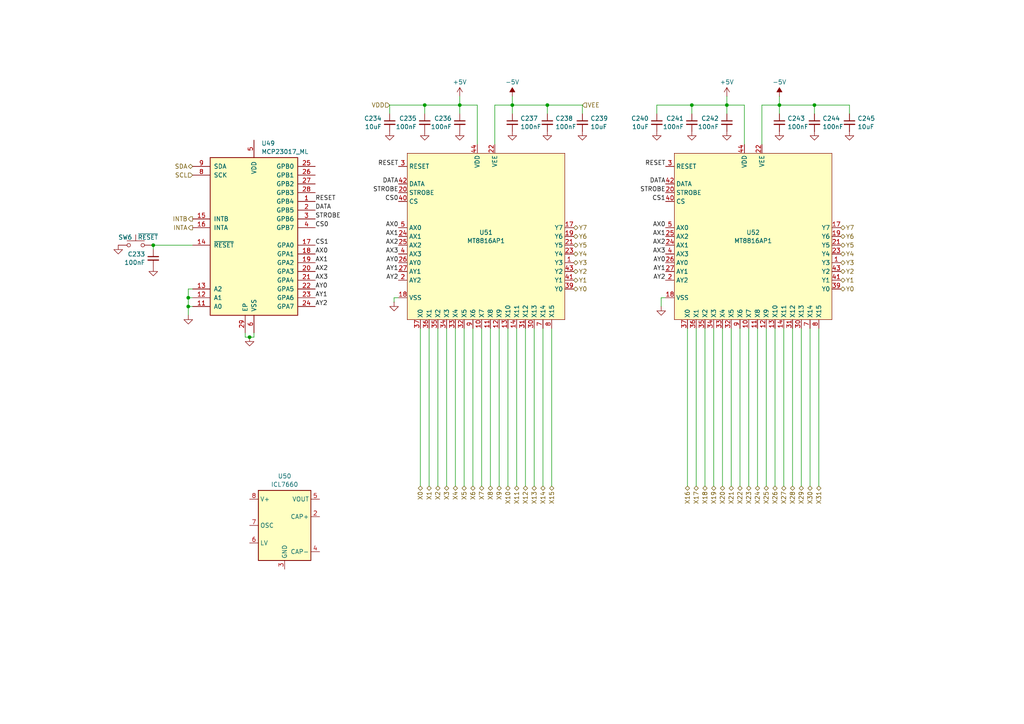
<source format=kicad_sch>
(kicad_sch (version 20250114) (generator "eeschema") (generator_version "9.0")
  (paper "A4")
  (lib_symbols
    (symbol "AudioPanelLibrary:MT8816AP1"
      (property "Reference" "U" (at 0.254 2.286 0))
      (property "Value" "MT8816AP1" (at 0.254 -0.762 0))
      (symbol "MT8816AP1_0_0"
        (pin input line (at -25.4 20.32 0) (length 2.54) (name "RESET") (number "3"))
        (pin input line (at -25.4 15.24 0) (length 2.54) (name "DATA") (number "42"))
        (pin input line (at -25.4 12.7 0) (length 2.54) (name "STROBE") (number "20"))
        (pin input line (at -25.4 10.16 0) (length 2.54) (name "CS") (number "40"))
        (pin input line (at -25.4 2.54 0) (length 2.54) (name "AX0") (number "5"))
        (pin input line (at -25.4 0 0) (length 2.54) (name "AX2") (number "25"))
        (pin input line (at -25.4 -2.54 0) (length 2.54) (name "AX1") (number "24"))
        (pin input line (at -25.4 -5.08 0) (length 2.54) (name "AX3") (number "4"))
        (pin input line (at -25.4 -7.62 0) (length 2.54) (name "AY0") (number "26"))
        (pin input line (at -25.4 -10.16 0) (length 2.54) (name "AY1") (number "27"))
        (pin input line (at -25.4 -12.7 0) (length 2.54) (name "AY2") (number "2"))
        (pin power_in line (at -25.4 -17.78 0) (length 2.54) (name "VSS") (number "18"))
        (pin bidirectional line (at -19.05 -26.67 90) (length 2.54) (name "X0") (number "37"))
        (pin bidirectional line (at -16.51 -26.67 90) (length 2.54) (name "X1") (number "36"))
        (pin bidirectional line (at -13.97 -26.67 90) (length 2.54) (name "X2") (number "35"))
        (pin bidirectional line (at -11.43 -26.67 90) (length 2.54) (name "X3") (number "34"))
        (pin bidirectional line (at -8.89 -26.67 90) (length 2.54) (name "X4") (number "33"))
        (pin bidirectional line (at -6.35 -26.67 90) (length 2.54) (name "X5") (number "32"))
        (pin bidirectional line (at -3.81 -26.67 90) (length 2.54) (name "X6") (number "9"))
        (pin power_in line (at -2.54 26.67 270) (length 2.54) (name "VDD") (number "44"))
        (pin bidirectional line (at -1.27 -26.67 90) (length 2.54) (name "X7") (number "10"))
        (pin bidirectional line (at 1.27 -26.67 90) (length 2.54) (name "X8") (number "11"))
        (pin power_in line (at 2.54 26.67 270) (length 2.54) (name "VEE") (number "22"))
        (pin bidirectional line (at 3.81 -26.67 90) (length 2.54) (name "X9") (number "12"))
        (pin bidirectional line (at 6.35 -26.67 90) (length 2.54) (name "X10") (number "13"))
        (pin bidirectional line (at 8.89 -26.67 90) (length 2.54) (name "X11") (number "14"))
        (pin bidirectional line (at 11.43 -26.67 90) (length 2.54) (name "X12") (number "31"))
        (pin bidirectional line (at 13.97 -26.67 90) (length 2.54) (name "X13") (number "30"))
        (pin bidirectional line (at 16.51 -26.67 90) (length 2.54) (name "X14") (number "7"))
        (pin bidirectional line (at 19.05 -26.67 90) (length 2.54) (name "X15") (number "8"))
        (pin no_connect line (at 25.4 20.32 180) (length 2.54) (hide yes) (name "NC") (number "6"))
        (pin no_connect line (at 25.4 17.78 180) (length 2.54) (hide yes) (name "NC") (number "15"))
        (pin no_connect line (at 25.4 15.24 180) (length 2.54) (hide yes) (name "NC") (number "16"))
        (pin no_connect line (at 25.4 12.7 180) (length 2.54) (hide yes) (name "NC") (number "28"))
        (pin no_connect line (at 25.4 10.16 180) (length 2.54) (hide yes) (name "NC") (number "29"))
        (pin no_connect line (at 25.4 7.62 180) (length 2.54) (hide yes) (name "NC") (number "38"))
        (pin bidirectional line (at 25.4 2.54 180) (length 2.54) (name "Y7") (number "17"))
        (pin bidirectional line (at 25.4 0 180) (length 2.54) (name "Y6") (number "19"))
        (pin bidirectional line (at 25.4 -2.54 180) (length 2.54) (name "Y5") (number "21"))
        (pin bidirectional line (at 25.4 -5.08 180) (length 2.54) (name "Y4") (number "23"))
        (pin bidirectional line (at 25.4 -7.62 180) (length 2.54) (name "Y3") (number "1"))
        (pin bidirectional line (at 25.4 -10.16 180) (length 2.54) (name "Y2") (number "43"))
        (pin bidirectional line (at 25.4 -12.7 180) (length 2.54) (name "Y1") (number "41"))
        (pin bidirectional line (at 25.4 -15.24 180) (length 2.54) (name "Y0") (number "39"))
      )
      (symbol "MT8816AP1_1_1"
        (rectangle (start -22.86 24.13) (end 22.86 -24.13) (fill (type background)))
      )
    )
    (symbol "Device:C_Small" (pin_numbers (hide yes)) (pin_names (offset 0.254) (hide yes))
      (property "Reference" "C" (at 0.254 1.778 0))
      (property "Value" "C_Small" (at 0.254 -2.032 0))
      (symbol "C_Small_0_1"
        (polyline (pts (xy -1.524 0.508) (xy 1.524 0.508)) (stroke (width 0.3048)))
        (polyline (pts (xy -1.524 -0.508) (xy 1.524 -0.508)) (stroke (width 0.3302)))
      )
      (symbol "C_Small_1_1"
        (pin passive line (at 0 2.54 270) (length 2.032) (name "~") (number "1"))
        (pin passive line (at 0 -2.54 90) (length 2.032) (name "~") (number "2"))
      )
    )
    (symbol "Interface_Expansion:MCP23017_ML" (pin_names (offset 1.016))
      (property "Reference" "U" (at -11.43 24.13 0))
      (property "Value" "MCP23017_ML" (at 0 0 0))
      (symbol "MCP23017_ML_0_1"
        (rectangle (start -12.7 22.86) (end 12.7 -22.86) (stroke (width 0.254)) (fill (type background)))
      )
      (symbol "MCP23017_ML_1_1"
        (pin bidirectional line (at -17.78 20.32 0) (length 5.08) (name "SDA") (number "9"))
        (pin input line (at -17.78 17.78 0) (length 5.08) (name "SCK") (number "8"))
        (pin tri_state line (at -17.78 5.08 0) (length 5.08) (name "INTB") (number "15"))
        (pin tri_state line (at -17.78 2.54 0) (length 5.08) (name "INTA") (number "16"))
        (pin input line (at -17.78 -2.54 0) (length 5.08) (name "~{RESET}") (number "14"))
        (pin input line (at -17.78 -15.24 0) (length 5.08) (name "A2") (number "13"))
        (pin input line (at -17.78 -17.78 0) (length 5.08) (name "A1") (number "12"))
        (pin input line (at -17.78 -20.32 0) (length 5.08) (name "A0") (number "11"))
        (pin no_connect line (at -12.7 15.24 0) (length 5.08) (hide yes) (name "NC") (number "7"))
        (pin no_connect line (at -12.7 12.7 0) (length 5.08) (hide yes) (name "NC") (number "10"))
        (pin passive line (at -2.54 -27.94 90) (length 5.08) (name "EP") (number "29"))
        (pin power_in line (at 0 27.94 270) (length 5.08) (name "VDD") (number "5"))
        (pin power_in line (at 0 -27.94 90) (length 5.08) (name "VSS") (number "6"))
        (pin bidirectional line (at 17.78 20.32 180) (length 5.08) (name "GPB0") (number "25"))
        (pin bidirectional line (at 17.78 17.78 180) (length 5.08) (name "GPB1") (number "26"))
        (pin bidirectional line (at 17.78 15.24 180) (length 5.08) (name "GPB2") (number "27"))
        (pin bidirectional line (at 17.78 12.7 180) (length 5.08) (name "GPB3") (number "28"))
        (pin bidirectional line (at 17.78 10.16 180) (length 5.08) (name "GPB4") (number "1"))
        (pin bidirectional line (at 17.78 7.62 180) (length 5.08) (name "GPB5") (number "2"))
        (pin bidirectional line (at 17.78 5.08 180) (length 5.08) (name "GPB6") (number "3"))
        (pin output line (at 17.78 2.54 180) (length 5.08) (name "GPB7") (number "4"))
        (pin bidirectional line (at 17.78 -2.54 180) (length 5.08) (name "GPA0") (number "17"))
        (pin bidirectional line (at 17.78 -5.08 180) (length 5.08) (name "GPA1") (number "18"))
        (pin bidirectional line (at 17.78 -7.62 180) (length 5.08) (name "GPA2") (number "19"))
        (pin bidirectional line (at 17.78 -10.16 180) (length 5.08) (name "GPA3") (number "20"))
        (pin bidirectional line (at 17.78 -12.7 180) (length 5.08) (name "GPA4") (number "21"))
        (pin bidirectional line (at 17.78 -15.24 180) (length 5.08) (name "GPA5") (number "22"))
        (pin bidirectional line (at 17.78 -17.78 180) (length 5.08) (name "GPA6") (number "23"))
        (pin output line (at 17.78 -20.32 180) (length 5.08) (name "GPA7") (number "24"))
      )
    )
    (symbol "MT8816AP1_1"
      (property "Reference" "U" (at 0.254 2.286 0))
      (property "Value" "MT8816AP1" (at 0.254 -0.762 0))
      (symbol "MT8816AP1_1_0_0"
        (pin input line (at -25.4 20.32 0) (length 2.54) (name "RESET") (number "3"))
        (pin input line (at -25.4 15.24 0) (length 2.54) (name "DATA") (number "42"))
        (pin input line (at -25.4 12.7 0) (length 2.54) (name "STROBE") (number "20"))
        (pin input line (at -25.4 10.16 0) (length 2.54) (name "CS") (number "40"))
        (pin input line (at -25.4 2.54 0) (length 2.54) (name "AX0") (number "5"))
        (pin input line (at -25.4 0 0) (length 2.54) (name "AX1") (number "24"))
        (pin input line (at -25.4 -2.54 0) (length 2.54) (name "AX2") (number "25"))
        (pin input line (at -25.4 -5.08 0) (length 2.54) (name "AX3") (number "4"))
        (pin input line (at -25.4 -7.62 0) (length 2.54) (name "AY0") (number "26"))
        (pin input line (at -25.4 -10.16 0) (length 2.54) (name "AY1") (number "27"))
        (pin input line (at -25.4 -12.7 0) (length 2.54) (name "AY2") (number "2"))
        (pin power_in line (at -25.4 -17.78 0) (length 2.54) (name "VSS") (number "18"))
        (pin bidirectional line (at -19.05 -26.67 90) (length 2.54) (name "X0") (number "37"))
        (pin bidirectional line (at -16.51 -26.67 90) (length 2.54) (name "X1") (number "36"))
        (pin bidirectional line (at -13.97 -26.67 90) (length 2.54) (name "X2") (number "35"))
        (pin bidirectional line (at -11.43 -26.67 90) (length 2.54) (name "X3") (number "34"))
        (pin bidirectional line (at -8.89 -26.67 90) (length 2.54) (name "X4") (number "33"))
        (pin bidirectional line (at -6.35 -26.67 90) (length 2.54) (name "X5") (number "32"))
        (pin bidirectional line (at -3.81 -26.67 90) (length 2.54) (name "X6") (number "9"))
        (pin power_in line (at -2.54 26.67 270) (length 2.54) (name "VDD") (number "44"))
        (pin bidirectional line (at -1.27 -26.67 90) (length 2.54) (name "X7") (number "10"))
        (pin bidirectional line (at 1.27 -26.67 90) (length 2.54) (name "X8") (number "11"))
        (pin power_in line (at 2.54 26.67 270) (length 2.54) (name "VEE") (number "22"))
        (pin bidirectional line (at 3.81 -26.67 90) (length 2.54) (name "X9") (number "12"))
        (pin bidirectional line (at 6.35 -26.67 90) (length 2.54) (name "X10") (number "13"))
        (pin bidirectional line (at 8.89 -26.67 90) (length 2.54) (name "X11") (number "14"))
        (pin bidirectional line (at 11.43 -26.67 90) (length 2.54) (name "X12") (number "31"))
        (pin bidirectional line (at 13.97 -26.67 90) (length 2.54) (name "X13") (number "30"))
        (pin bidirectional line (at 16.51 -26.67 90) (length 2.54) (name "X14") (number "7"))
        (pin bidirectional line (at 19.05 -26.67 90) (length 2.54) (name "X15") (number "8"))
        (pin no_connect line (at 25.4 20.32 180) (length 2.54) (hide yes) (name "NC") (number "6"))
        (pin no_connect line (at 25.4 17.78 180) (length 2.54) (hide yes) (name "NC") (number "15"))
        (pin no_connect line (at 25.4 15.24 180) (length 2.54) (hide yes) (name "NC") (number "16"))
        (pin no_connect line (at 25.4 12.7 180) (length 2.54) (hide yes) (name "NC") (number "28"))
        (pin no_connect line (at 25.4 10.16 180) (length 2.54) (hide yes) (name "NC") (number "29"))
        (pin no_connect line (at 25.4 7.62 180) (length 2.54) (hide yes) (name "NC") (number "38"))
        (pin bidirectional line (at 25.4 2.54 180) (length 2.54) (name "Y7") (number "17"))
        (pin bidirectional line (at 25.4 0 180) (length 2.54) (name "Y6") (number "19"))
        (pin bidirectional line (at 25.4 -2.54 180) (length 2.54) (name "Y5") (number "21"))
        (pin bidirectional line (at 25.4 -5.08 180) (length 2.54) (name "Y4") (number "23"))
        (pin bidirectional line (at 25.4 -7.62 180) (length 2.54) (name "Y3") (number "1"))
        (pin bidirectional line (at 25.4 -10.16 180) (length 2.54) (name "Y2") (number "43"))
        (pin bidirectional line (at 25.4 -12.7 180) (length 2.54) (name "Y1") (number "41"))
        (pin bidirectional line (at 25.4 -15.24 180) (length 2.54) (name "Y0") (number "39"))
      )
      (symbol "MT8816AP1_1_1_1"
        (rectangle (start -22.86 24.13) (end 22.86 -24.13) (fill (type background)))
      )
    )
    (symbol "Regulator_SwitchedCapacitor:ICL7660"
      (property "Reference" "U" (at -6.35 11.43 0))
      (property "Value" "ICL7660" (at 3.81 11.43 0))
      (symbol "ICL7660_0_1"
        (rectangle (start -7.62 10.16) (end 7.62 -10.16) (stroke (width 0.254)) (fill (type background)))
      )
      (symbol "ICL7660_1_1"
        (pin power_in line (at -10.16 7.62 0) (length 2.54) (name "V+") (number "8"))
        (pin input line (at -10.16 0 0) (length 2.54) (name "OSC") (number "7"))
        (pin input line (at -10.16 -5.08 0) (length 2.54) (name "LV") (number "6"))
        (pin no_connect line (at -7.62 5.08 0) (length 2.54) (hide yes) (name "NC") (number "1"))
        (pin power_in line (at 0 -12.7 90) (length 2.54) (name "GND") (number "3"))
        (pin power_out line (at 10.16 7.62 180) (length 2.54) (name "VOUT") (number "5"))
        (pin input line (at 10.16 2.54 180) (length 2.54) (name "CAP+") (number "2"))
        (pin input line (at 10.16 -7.62 180) (length 2.54) (name "CAP-") (number "4"))
      )
    )
    (symbol "Switch:SW_Push" (pin_numbers (hide yes)) (pin_names (offset 1.016) (hide yes))
      (property "Reference" "SW" (at 1.27 2.54 0))
      (property "Value" "SW_Push" (at 0 -1.524 0))
      (symbol "SW_Push_0_1"
        (circle (center -2.032 0) (radius 0.508))
        (polyline (pts (xy 0 1.27) (xy 0 3.048)))
        (circle (center 2.032 0) (radius 0.508))
        (polyline (pts (xy 2.54 1.27) (xy -2.54 1.27)))
        (pin passive line (at -5.08 0 0) (length 2.54) (name "1") (number "1"))
        (pin passive line (at 5.08 0 180) (length 2.54) (name "2") (number "2"))
      )
    )
    (symbol "power:+5V" (power) (pin_numbers (hide yes)) (pin_names (offset 0) (hide yes))
      (property "Value" "+5V" (at 0 3.556 0))
      (symbol "+5V_0_1"
        (polyline (pts (xy -0.762 1.27) (xy 0 2.54)))
        (polyline (pts (xy 0 2.54) (xy 0.762 1.27)))
        (polyline (pts (xy 0 0) (xy 0 2.54)))
      )
      (symbol "+5V_1_1"
        (pin power_in line (at 0 0 90) (length 0) (name "~") (number "1"))
      )
    )
    (symbol "power:-5V" (power) (pin_numbers (hide yes)) (pin_names (offset 0) (hide yes))
      (property "Value" "-5V" (at 0 3.556 0))
      (symbol "-5V_0_0"
        (pin power_in line (at 0 0 90) (length 0) (name "~") (number "1"))
      )
      (symbol "-5V_0_1"
        (polyline (pts (xy 0 0) (xy 0 1.27) (xy 0.762 1.27) (xy 0 2.54) (xy -0.762 1.27) (xy 0 1.27)) (fill (type outline)))
      )
    )
    (symbol "power:GND" (power) (pin_numbers (hide yes)) (pin_names (offset 0) (hide yes))
      (property "Value" "GND" (at 0 -3.81 0))
      (symbol "GND_0_1"
        (polyline (pts (xy 0 0) (xy 0 -1.27) (xy 1.27 -1.27) (xy 0 -2.54) (xy -1.27 -1.27) (xy 0 -1.27)))
      )
      (symbol "GND_1_1"
        (pin power_in line (at 0 0 270) (length 0) (name "~") (number "1"))
      )
    )
  )
  (junction (at 123.19 30.48))
  (junction (at 133.35 30.48))
  (junction (at 210.82 30.48))
  (junction (at 158.75 30.48))
  (junction (at 226.06 30.48))
  (junction (at 200.66 30.48))
  (junction (at 148.59 30.48))
  (junction (at 72.39 97.79))
  (junction (at 54.61 88.9))
  (junction (at 236.22 30.48))
  (junction (at 44.45 71.12))
  (junction (at 54.61 86.36))
  (wire (pts (xy 123.19 30.48) (xy 133.35 30.48)))
  (wire (pts (xy 114.3 86.36) (xy 115.57 86.36)))
  (wire (pts (xy 121.92 95.25) (xy 121.92 140.97)))
  (wire (pts (xy 73.66 96.52) (xy 73.66 97.79)))
  (wire (pts (xy 54.61 86.36) (xy 55.88 86.36)))
  (wire (pts (xy 226.06 30.48) (xy 226.06 33.02)))
  (wire (pts (xy 147.32 95.25) (xy 147.32 140.97)))
  (wire (pts (xy 123.19 33.02) (xy 123.19 30.48)))
  (wire (pts (xy 210.82 27.94) (xy 210.82 30.48)))
  (wire (pts (xy 54.61 83.82) (xy 55.88 83.82)))
  (wire (pts (xy 201.93 95.25) (xy 201.93 140.97)))
  (wire (pts (xy 54.61 91.44) (xy 54.61 88.9)))
  (wire (pts (xy 129.54 95.25) (xy 129.54 140.97)))
  (wire (pts (xy 144.78 95.25) (xy 144.78 140.97)))
  (wire (pts (xy 148.59 27.94) (xy 148.59 30.48)))
  (wire (pts (xy 152.4 95.25) (xy 152.4 140.97)))
  (wire (pts (xy 226.06 27.94) (xy 226.06 30.48)))
  (wire (pts (xy 73.66 97.79) (xy 72.39 97.79)))
  (wire (pts (xy 209.55 95.25) (xy 209.55 140.97)))
  (wire (pts (xy 134.62 95.25) (xy 134.62 140.97)))
  (wire (pts (xy 133.35 27.94) (xy 133.35 30.48)))
  (wire (pts (xy 168.91 30.48) (xy 168.91 33.02)))
  (wire (pts (xy 229.87 95.25) (xy 229.87 140.97)))
  (wire (pts (xy 72.39 97.79) (xy 71.12 97.79)))
  (wire (pts (xy 160.02 95.25) (xy 160.02 140.97)))
  (wire (pts (xy 154.94 95.25) (xy 154.94 140.97)))
  (wire (pts (xy 158.75 30.48) (xy 158.75 33.02)))
  (wire (pts (xy 190.5 30.48) (xy 200.66 30.48)))
  (wire (pts (xy 54.61 88.9) (xy 54.61 86.36)))
  (wire (pts (xy 54.61 86.36) (xy 54.61 83.82)))
  (wire (pts (xy 217.17 95.25) (xy 217.17 140.97)))
  (wire (pts (xy 54.61 88.9) (xy 55.88 88.9)))
  (wire (pts (xy 157.48 95.25) (xy 157.48 140.97)))
  (wire (pts (xy 113.03 30.48) (xy 113.03 33.02)))
  (wire (pts (xy 127 95.25) (xy 127 140.97)))
  (wire (pts (xy 246.38 30.48) (xy 246.38 33.02)))
  (wire (pts (xy 149.86 95.25) (xy 149.86 140.97)))
  (wire (pts (xy 158.75 30.48) (xy 168.91 30.48)))
  (wire (pts (xy 212.09 95.25) (xy 212.09 140.97)))
  (wire (pts (xy 138.43 30.48) (xy 133.35 30.48)))
  (wire (pts (xy 148.59 30.48) (xy 158.75 30.48)))
  (wire (pts (xy 114.3 87.63) (xy 114.3 86.36)))
  (wire (pts (xy 214.63 95.25) (xy 214.63 140.97)))
  (wire (pts (xy 210.82 30.48) (xy 210.82 33.02)))
  (wire (pts (xy 236.22 30.48) (xy 236.22 33.02)))
  (wire (pts (xy 226.06 30.48) (xy 236.22 30.48)))
  (wire (pts (xy 199.39 95.25) (xy 199.39 140.97)))
  (wire (pts (xy 148.59 30.48) (xy 148.59 33.02)))
  (wire (pts (xy 133.35 30.48) (xy 133.35 33.02)))
  (wire (pts (xy 234.95 95.25) (xy 234.95 140.97)))
  (wire (pts (xy 143.51 30.48) (xy 148.59 30.48)))
  (wire (pts (xy 224.79 95.25) (xy 224.79 140.97)))
  (wire (pts (xy 207.01 95.25) (xy 207.01 140.97)))
  (wire (pts (xy 227.33 95.25) (xy 227.33 140.97)))
  (wire (pts (xy 237.49 95.25) (xy 237.49 140.97)))
  (wire (pts (xy 215.9 30.48) (xy 210.82 30.48)))
  (wire (pts (xy 191.77 88.9) (xy 191.77 86.36)))
  (wire (pts (xy 44.45 71.12) (xy 44.45 72.39)))
  (wire (pts (xy 220.98 41.91) (xy 220.98 30.48)))
  (wire (pts (xy 200.66 30.48) (xy 210.82 30.48)))
  (wire (pts (xy 142.24 95.25) (xy 142.24 140.97)))
  (wire (pts (xy 222.25 95.25) (xy 222.25 140.97)))
  (wire (pts (xy 190.5 30.48) (xy 190.5 33.02)))
  (wire (pts (xy 219.71 95.25) (xy 219.71 140.97)))
  (wire (pts (xy 132.08 95.25) (xy 132.08 140.97)))
  (wire (pts (xy 124.46 95.25) (xy 124.46 140.97)))
  (wire (pts (xy 236.22 30.48) (xy 246.38 30.48)))
  (wire (pts (xy 139.7 95.25) (xy 139.7 140.97)))
  (wire (pts (xy 215.9 41.91) (xy 215.9 30.48)))
  (wire (pts (xy 200.66 33.02) (xy 200.66 30.48)))
  (wire (pts (xy 204.47 95.25) (xy 204.47 140.97)))
  (wire (pts (xy 44.45 71.12) (xy 55.88 71.12)))
  (wire (pts (xy 137.16 95.25) (xy 137.16 140.97)))
  (wire (pts (xy 71.12 96.52) (xy 71.12 97.79)))
  (wire (pts (xy 143.51 41.91) (xy 143.51 30.48)))
  (wire (pts (xy 191.77 86.36) (xy 193.04 86.36)))
  (wire (pts (xy 220.98 30.48) (xy 226.06 30.48)))
  (wire (pts (xy 113.03 30.48) (xy 123.19 30.48)))
  (wire (pts (xy 138.43 41.91) (xy 138.43 30.48)))
  (wire (pts (xy 232.41 95.25) (xy 232.41 140.97)))
  (label "CS0" (at 115.57 58.42 180))
  (label "RESET" (at 115.57 48.26 180))
  (label "AX2" (at 193.04 71.12 180))
  (label "AY0" (at 115.57 76.2 180))
  (label "STROBE" (at 115.57 55.88 180))
  (label "AX2" (at 91.44 78.74 0))
  (label "AY0" (at 91.44 83.82 0))
  (label "AX1" (at 91.44 76.2 0))
  (label "AX0" (at 193.04 66.04 180))
  (label "AY2" (at 115.57 81.28 180))
  (label "AY1" (at 91.44 86.36 0))
  (label "AY1" (at 115.57 78.74 180))
  (label "CS1" (at 91.44 71.12 0))
  (label "CS0" (at 91.44 66.04 0))
  (label "AY2" (at 91.44 88.9 0))
  (label "AX1" (at 193.04 68.58 180))
  (label "RESET" (at 91.44 58.42 0))
  (label "STROBE" (at 193.04 55.88 180))
  (label "AY1" (at 193.04 78.74 180))
  (label "DATA" (at 115.57 53.34 180))
  (label "AX0" (at 91.44 73.66 0))
  (label "AX0" (at 115.57 66.04 180))
  (label "RESET" (at 193.04 48.26 180))
  (label "AX1" (at 115.57 68.58 180))
  (label "AX3" (at 91.44 81.28 0))
  (label "AX3" (at 115.57 73.66 180))
  (label "DATA" (at 193.04 53.34 180))
  (label "AY2" (at 193.04 81.28 180))
  (label "AX3" (at 193.04 73.66 180))
  (label "CS1" (at 193.04 58.42 180))
  (label "AY0" (at 193.04 76.2 180))
  (label "STROBE" (at 91.44 63.5 0))
  (label "DATA" (at 91.44 60.96 0))
  (label "AX2" (at 115.57 71.12 180))
  (hierarchical_label "X27" (shape bidirectional) (at 227.33 140.97 270))
  (hierarchical_label "Y6" (shape bidirectional) (at 166.37 68.58 0))
  (hierarchical_label "X23" (shape bidirectional) (at 217.17 140.97 270))
  (hierarchical_label "X0" (shape bidirectional) (at 121.92 140.97 270))
  (hierarchical_label "Y2" (shape bidirectional) (at 243.84 78.74 0))
  (hierarchical_label "Y0" (shape bidirectional) (at 243.84 83.82 0))
  (hierarchical_label "X7" (shape bidirectional) (at 139.7 140.97 270))
  (hierarchical_label "Y5" (shape bidirectional) (at 243.84 71.12 0))
  (hierarchical_label "Y4" (shape bidirectional) (at 243.84 73.66 0))
  (hierarchical_label "Y1" (shape bidirectional) (at 243.84 81.28 0))
  (hierarchical_label "Y1" (shape bidirectional) (at 166.37 81.28 0))
  (hierarchical_label "X6" (shape bidirectional) (at 137.16 140.97 270))
  (hierarchical_label "X20" (shape bidirectional) (at 209.55 140.97 270))
  (hierarchical_label "Y3" (shape bidirectional) (at 166.37 76.2 0))
  (hierarchical_label "Y2" (shape bidirectional) (at 166.37 78.74 0))
  (hierarchical_label "X9" (shape bidirectional) (at 144.78 140.97 270))
  (hierarchical_label "X30" (shape bidirectional) (at 234.95 140.97 270))
  (hierarchical_label "Y7" (shape bidirectional) (at 166.37 66.04 0))
  (hierarchical_label "X12" (shape bidirectional) (at 152.4 140.97 270))
  (hierarchical_label "X13" (shape bidirectional) (at 154.94 140.97 270))
  (hierarchical_label "SDA" (shape bidirectional) (at 55.88 48.26 180))
  (hierarchical_label "Y4" (shape bidirectional) (at 166.37 73.66 0))
  (hierarchical_label "X21" (shape bidirectional) (at 212.09 140.97 270))
  (hierarchical_label "VDD" (shape input) (at 113.03 30.48 180))
  (hierarchical_label "Y5" (shape bidirectional) (at 166.37 71.12 0))
  (hierarchical_label "X8" (shape bidirectional) (at 142.24 140.97 270))
  (hierarchical_label "Y7" (shape bidirectional) (at 243.84 66.04 0))
  (hierarchical_label "SCL" (shape input) (at 55.88 50.8 180))
  (hierarchical_label "X25" (shape bidirectional) (at 222.25 140.97 270))
  (hierarchical_label "X19" (shape bidirectional) (at 207.01 140.97 270))
  (hierarchical_label "X1" (shape bidirectional) (at 124.46 140.97 270))
  (hierarchical_label "X3" (shape bidirectional) (at 129.54 140.97 270))
  (hierarchical_label "Y0" (shape bidirectional) (at 166.37 83.82 0))
  (hierarchical_label "Y6" (shape bidirectional) (at 243.84 68.58 0))
  (hierarchical_label "X29" (shape bidirectional) (at 232.41 140.97 270))
  (hierarchical_label "X28" (shape bidirectional) (at 229.87 140.97 270))
  (hierarchical_label "X16" (shape bidirectional) (at 199.39 140.97 270))
  (hierarchical_label "X24" (shape bidirectional) (at 219.71 140.97 270))
  (hierarchical_label "X18" (shape bidirectional) (at 204.47 140.97 270))
  (hierarchical_label "X17" (shape bidirectional) (at 201.93 140.97 270))
  (hierarchical_label "INTA" (shape output) (at 55.88 66.04 180))
  (hierarchical_label "VEE" (shape input) (at 168.91 30.48 0))
  (hierarchical_label "X22" (shape bidirectional) (at 214.63 140.97 270))
  (hierarchical_label "X14" (shape bidirectional) (at 157.48 140.97 270))
  (hierarchical_label "INTB" (shape output) (at 55.88 63.5 180))
  (hierarchical_label "X15" (shape bidirectional) (at 160.02 140.97 270))
  (hierarchical_label "X5" (shape bidirectional) (at 134.62 140.97 270))
  (hierarchical_label "X31" (shape bidirectional) (at 237.49 140.97 270))
  (hierarchical_label "X11" (shape bidirectional) (at 149.86 140.97 270))
  (hierarchical_label "X2" (shape bidirectional) (at 127 140.97 270))
  (hierarchical_label "X10" (shape bidirectional) (at 147.32 140.97 270))
  (hierarchical_label "X26" (shape bidirectional) (at 224.79 140.97 270))
  (hierarchical_label "X4" (shape bidirectional) (at 132.08 140.97 270))
  (hierarchical_label "Y3" (shape bidirectional) (at 243.84 76.2 0))
  (symbol (lib_id "Device:C_Small") (at 246.38 35.56 0) (unit 1)
    (property "Reference" "C245" (at 248.7041 34.3541 0) (effects (justify left)))
    (property "Value" "10uF" (at 248.7041 36.7784 0) (effects (justify left)))
    (property "Description" "Unpolarized capacitor, small symbol" (effects (hide yes)))
  )
  (symbol (lib_id "Device:C_Small") (at 158.75 35.56 0) (unit 1)
    (property "Reference" "C238" (at 161.0741 34.3541 0) (effects (justify left)))
    (property "Value" "100nF" (at 161.0741 36.7784 0) (effects (justify left)))
    (property "Description" "Unpolarized capacitor, small symbol" (effects (hide yes)))
  )
  (symbol (lib_id "power:GND") (at 54.61 91.44 0) (unit 1)
    (property "Reference" "#PWR0423" (effects (hide yes)))
    (property "Value" "GND" (effects (hide yes)))
    (property "Description" "Power symbol creates a global label with name \"GND\" , ground" (effects (hide yes)))
  )
  (symbol (lib_id "power:GND") (at 113.03 38.1 0) (unit 1)
    (property "Reference" "#PWR0427" (effects (hide yes)))
    (property "Value" "GND" (effects (hide yes)))
    (property "Description" "Power symbol creates a global label with name \"GND\" , ground" (effects (hide yes)))
  )
  (symbol (lib_id "power:+5V") (at 210.82 27.94 0) (unit 1)
    (property "Reference" "#PWR0439" (effects (hide yes)))
    (property "Value" "+5V" (at 210.82 23.8069 0))
    (property "Description" "Power symbol creates a global label with name \"+5V\"" (effects (hide yes)))
  )
  (symbol (lib_id "AudioPanelLibrary:MT8816AP1") (at 218.44 68.58 0) (unit 1)
    (property "Reference" "U52" (at 218.44 67.4257 0))
    (property "Value" "MT8816AP1" (at 218.44 69.85 0))
    (property "Footprint" "Package_LCC:PLCC-44" (effects (hide yes)))
    (property "Datasheet" "https://www.es.co.th/Schemetic/PDF/MT8816.PDF" (effects (hide yes)))
    (property "Description" "8 x 16 Analog Switch Array" (effects (hide yes)))
  )
  (symbol (lib_id "Device:C_Small") (at 236.22 35.56 0) (unit 1)
    (property "Reference" "C244" (at 238.5441 34.3541 0) (effects (justify left)))
    (property "Value" "100nF" (at 238.5441 36.7784 0) (effects (justify left)))
    (property "Description" "Unpolarized capacitor, small symbol" (effects (hide yes)))
  )
  (symbol (lib_id "Regulator_SwitchedCapacitor:ICL7660") (at 82.55 152.4 0) (unit 1)
    (property "Reference" "U50" (at 82.55 138.0955 0))
    (property "Value" "ICL7660" (at 82.55 140.5198 0))
    (property "Datasheet" "http://datasheets.maximintegrated.com/en/ds/ICL7660-MAX1044.pdf" (effects (hide yes)))
    (property "Description" "Switched-Capacitor Voltage Converter, 1.5V to 10.0V operating supply voltage, 10mA with a 0.5V output drop, SO-8/DIP-8/µMAX-8/TO-99" (effects (hide yes)))
  )
  (symbol (lib_id "power:GND") (at 34.29 71.12 0) (unit 1)
    (property "Reference" "#PWR0421" (effects (hide yes)))
    (property "Value" "GND" (effects (hide yes)))
    (property "Description" "Power symbol creates a global label with name \"GND\" , ground" (effects (hide yes)))
  )
  (symbol (lib_id "power:+5V") (at 133.35 27.94 0) (unit 1)
    (property "Reference" "#PWR0430" (effects (hide yes)))
    (property "Value" "+5V" (at 133.35 23.8069 0))
    (property "Description" "Power symbol creates a global label with name \"+5V\"" (effects (hide yes)))
  )
  (symbol (lib_id "power:GND") (at 200.66 38.1 0) (unit 1)
    (property "Reference" "#PWR0438" (effects (hide yes)))
    (property "Value" "GND" (effects (hide yes)))
    (property "Description" "Power symbol creates a global label with name \"GND\" , ground" (effects (hide yes)))
  )
  (symbol (lib_name "MT8816AP1_1") (lib_id "AudioPanelLibrary:MT8816AP1") (at 140.97 68.58 0) (unit 1)
    (property "Reference" "U51" (at 140.97 67.4257 0))
    (property "Value" "MT8816AP1" (at 140.97 69.85 0))
    (property "Footprint" "Package_LCC:PLCC-44" (effects (hide yes)))
    (property "Datasheet" "https://www.es.co.th/Schemetic/PDF/MT8816.PDF" (effects (hide yes)))
    (property "Description" "8 x 16 Analog Switch Array" (effects (hide yes)))
  )
  (symbol (lib_id "power:GND") (at 158.75 38.1 0) (unit 1)
    (property "Reference" "#PWR0434" (effects (hide yes)))
    (property "Value" "GND" (effects (hide yes)))
    (property "Description" "Power symbol creates a global label with name \"GND\" , ground" (effects (hide yes)))
  )
  (symbol (lib_id "Device:C_Small") (at 133.35 35.56 0) (mirror y) (unit 1)
    (property "Reference" "C236" (at 131.0259 34.3541 0) (effects (justify left)))
    (property "Value" "100nF" (at 131.0259 36.7784 0) (effects (justify left)))
    (property "Description" "Unpolarized capacitor, small symbol" (effects (hide yes)))
  )
  (symbol (lib_id "power:GND") (at 114.3 87.63 0) (unit 1)
    (property "Reference" "#PWR0428" (effects (hide yes)))
    (property "Value" "GND" (effects (hide yes)))
    (property "Description" "Power symbol creates a global label with name \"GND\" , ground" (effects (hide yes)))
  )
  (symbol (lib_id "Device:C_Small") (at 44.45 74.93 0) (mirror y) (unit 1)
    (property "Reference" "C233" (at 42.1259 73.7241 0) (effects (justify left)))
    (property "Value" "100nF" (at 42.1259 76.1484 0) (effects (justify left)))
    (property "Description" "Unpolarized capacitor, small symbol" (effects (hide yes)))
  )
  (symbol (lib_id "Device:C_Small") (at 123.19 35.56 0) (mirror y) (unit 1)
    (property "Reference" "C235" (at 120.8659 34.3541 0) (effects (justify left)))
    (property "Value" "100nF" (at 120.8659 36.7784 0) (effects (justify left)))
    (property "Description" "Unpolarized capacitor, small symbol" (effects (hide yes)))
  )
  (symbol (lib_id "Device:C_Small") (at 190.5 35.56 0) (mirror y) (unit 1)
    (property "Reference" "C240" (at 188.1759 34.3541 0) (effects (justify left)))
    (property "Value" "10uF" (at 188.1759 36.7784 0) (effects (justify left)))
    (property "Description" "Unpolarized capacitor, small symbol" (effects (hide yes)))
  )
  (symbol (lib_id "power:GND") (at 72.39 97.79 0) (unit 1)
    (property "Reference" "#PWR0425" (effects (hide yes)))
    (property "Value" "GND" (effects (hide yes)))
    (property "Description" "Power symbol creates a global label with name \"GND\" , ground" (effects (hide yes)))
  )
  (symbol (lib_id "Device:C_Small") (at 200.66 35.56 0) (mirror y) (unit 1)
    (property "Reference" "C241" (at 198.3359 34.3541 0) (effects (justify left)))
    (property "Value" "100nF" (at 198.3359 36.7784 0) (effects (justify left)))
    (property "Description" "Unpolarized capacitor, small symbol" (effects (hide yes)))
  )
  (symbol (lib_id "Switch:SW_Push") (at 39.37 71.12 0) (unit 1)
    (property "Reference" "SW6" (at 36.322 68.834 0))
    (property "Value" "~{RESET}" (at 42.926 68.834 0))
    (property "Footprint" "Button_Switch_SMD:SW_SPST_TL3342" (effects (hide yes)))
    (property "Description" "Push button switch, generic, two pins" (effects (hide yes)))
  )
  (symbol (lib_id "power:GND") (at 246.38 38.1 0) (unit 1)
    (property "Reference" "#PWR0444" (effects (hide yes)))
    (property "Value" "GND" (effects (hide yes)))
    (property "Description" "Power symbol creates a global label with name \"GND\" , ground" (effects (hide yes)))
  )
  (symbol (lib_id "power:GND") (at 133.35 38.1 0) (unit 1)
    (property "Reference" "#PWR0431" (effects (hide yes)))
    (property "Value" "GND" (effects (hide yes)))
    (property "Description" "Power symbol creates a global label with name \"GND\" , ground" (effects (hide yes)))
  )
  (symbol (lib_id "power:-5V") (at 226.06 27.94 0) (unit 1)
    (property "Reference" "#PWR0441" (effects (hide yes)))
    (property "Value" "-5V" (at 226.06 23.8069 0))
    (property "Description" "Power symbol creates a global label with name \"-5V\"" (effects (hide yes)))
  )
  (symbol (lib_id "power:GND") (at 210.82 38.1 0) (unit 1)
    (property "Reference" "#PWR0440" (effects (hide yes)))
    (property "Value" "GND" (effects (hide yes)))
    (property "Description" "Power symbol creates a global label with name \"GND\" , ground" (effects (hide yes)))
  )
  (symbol (lib_id "Device:C_Small") (at 210.82 35.56 0) (mirror y) (unit 1)
    (property "Reference" "C242" (at 208.4959 34.3541 0) (effects (justify left)))
    (property "Value" "100nF" (at 208.4959 36.7784 0) (effects (justify left)))
    (property "Description" "Unpolarized capacitor, small symbol" (effects (hide yes)))
  )
  (symbol (lib_id "power:GND") (at 44.45 77.47 0) (unit 1)
    (property "Reference" "#PWR0422" (effects (hide yes)))
    (property "Value" "GND" (effects (hide yes)))
    (property "Description" "Power symbol creates a global label with name \"GND\" , ground" (effects (hide yes)))
  )
  (symbol (lib_id "power:GND") (at 226.06 38.1 0) (unit 1)
    (property "Reference" "#PWR0442" (effects (hide yes)))
    (property "Value" "GND" (effects (hide yes)))
    (property "Description" "Power symbol creates a global label with name \"GND\" , ground" (effects (hide yes)))
  )
  (symbol (lib_id "power:GND") (at 190.5 38.1 0) (unit 1)
    (property "Reference" "#PWR0436" (effects (hide yes)))
    (property "Value" "GND" (effects (hide yes)))
    (property "Description" "Power symbol creates a global label with name \"GND\" , ground" (effects (hide yes)))
  )
  (symbol (lib_id "Device:C_Small") (at 148.59 35.56 0) (unit 1)
    (property "Reference" "C237" (at 150.9141 34.3541 0) (effects (justify left)))
    (property "Value" "100nF" (at 150.9141 36.7784 0) (effects (justify left)))
    (property "Description" "Unpolarized capacitor, small symbol" (effects (hide yes)))
  )
  (symbol (lib_id "power:GND") (at 168.91 38.1 0) (unit 1)
    (property "Reference" "#PWR0435" (effects (hide yes)))
    (property "Value" "GND" (effects (hide yes)))
    (property "Description" "Power symbol creates a global label with name \"GND\" , ground" (effects (hide yes)))
  )
  (symbol (lib_id "power:GND") (at 123.19 38.1 0) (unit 1)
    (property "Reference" "#PWR0429" (effects (hide yes)))
    (property "Value" "GND" (effects (hide yes)))
    (property "Description" "Power symbol creates a global label with name \"GND\" , ground" (effects (hide yes)))
  )
  (symbol (lib_id "power:-5V") (at 148.59 27.94 0) (unit 1)
    (property "Reference" "#PWR0432" (effects (hide yes)))
    (property "Value" "-5V" (at 148.59 23.8069 0))
    (property "Description" "Power symbol creates a global label with name \"-5V\"" (effects (hide yes)))
  )
  (symbol (lib_id "power:GND") (at 191.77 88.9 0) (unit 1)
    (property "Reference" "#PWR0437" (effects (hide yes)))
    (property "Value" "GND" (effects (hide yes)))
    (property "Description" "Power symbol creates a global label with name \"GND\" , ground" (effects (hide yes)))
  )
  (symbol (lib_id "power:GND") (at 236.22 38.1 0) (unit 1)
    (property "Reference" "#PWR0443" (effects (hide yes)))
    (property "Value" "GND" (effects (hide yes)))
    (property "Description" "Power symbol creates a global label with name \"GND\" , ground" (effects (hide yes)))
  )
  (symbol (lib_id "Device:C_Small") (at 226.06 35.56 0) (unit 1)
    (property "Reference" "C243" (at 228.3841 34.3541 0) (effects (justify left)))
    (property "Value" "100nF" (at 228.3841 36.7784 0) (effects (justify left)))
    (property "Description" "Unpolarized capacitor, small symbol" (effects (hide yes)))
  )
  (symbol (lib_id "Interface_Expansion:MCP23017_ML") (at 73.66 68.58 0) (unit 1)
    (property "Reference" "U49" (at 75.8033 41.5755 0) (effects (justify left)))
    (property "Value" "MCP23017_ML" (at 75.8033 43.9998 0) (effects (justify left)))
    (property "Footprint" "Package_DFN_QFN:QFN-28-1EP_6x6mm_P0.65mm_EP4.25x4.25mm" (effects (hide yes)))
    (property "Datasheet" "https://ww1.microchip.com/downloads/aemDocuments/documents/APID/ProductDocuments/DataSheets/MCP23017-Data-Sheet-DS20001952.pdf" (effects (hide yes)))
    (property "Description" "16-bit I/O expander, I2C, interrupts, w pull-ups, GPA/B7 output only (https://microchip.my.site.com/s/article/GPA7---GPB7-Cannot-Be-Used-as-Inputs-In-MCP23017), QFN-28" (effects (hide yes)))
  )
  (symbol (lib_id "Device:C_Small") (at 113.03 35.56 0) (mirror y) (unit 1)
    (property "Reference" "C234" (at 110.7059 34.3541 0) (effects (justify left)))
    (property "Value" "10uF" (at 110.7059 36.7784 0) (effects (justify left)))
    (property "Description" "Unpolarized capacitor, small symbol" (effects (hide yes)))
  )
  (symbol (lib_id "Device:C_Small") (at 168.91 35.56 0) (unit 1)
    (property "Reference" "C239" (at 171.2341 34.3541 0) (effects (justify left)))
    (property "Value" "10uF" (at 171.2341 36.7784 0) (effects (justify left)))
    (property "Description" "Unpolarized capacitor, small symbol" (effects (hide yes)))
  )
  (symbol (lib_id "power:GND") (at 148.59 38.1 0) (unit 1)
    (property "Reference" "#PWR0433" (effects (hide yes)))
    (property "Value" "GND" (effects (hide yes)))
    (property "Description" "Power symbol creates a global label with name \"GND\" , ground" (effects (hide yes)))
  )
)
</source>
